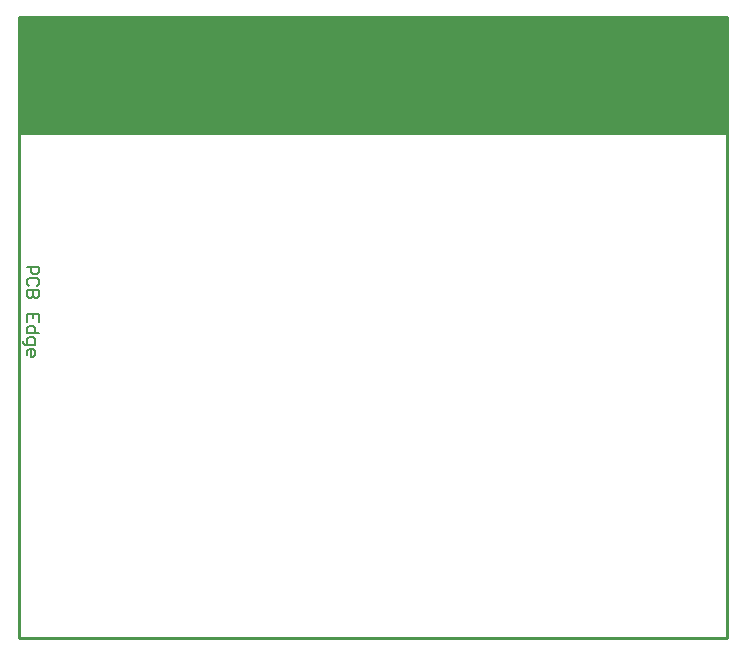
<source format=gko>
G04*
G04 #@! TF.GenerationSoftware,Altium Limited,Altium Designer,19.0.14 (431)*
G04*
G04 Layer_Color=16711935*
%FSLAX43Y43*%
%MOMM*%
G71*
G01*
G75*
%ADD11C,0.100*%
%ADD13C,0.200*%
%ADD16C,0.254*%
%ADD87R,59.944X10.033*%
D11*
X-53Y12229D02*
Y24229D01*
D13*
X635Y31437D02*
X1635D01*
Y30937D01*
X1468Y30771D01*
X1135D01*
X968Y30937D01*
Y31437D01*
X1468Y29771D02*
X1635Y29938D01*
Y30271D01*
X1468Y30437D01*
X802D01*
X635Y30271D01*
Y29938D01*
X802Y29771D01*
X1635Y29438D02*
X635D01*
Y28938D01*
X802Y28771D01*
X968D01*
X1135Y28938D01*
Y29438D01*
Y28938D01*
X1301Y28771D01*
X1468D01*
X1635Y28938D01*
Y29438D01*
Y26772D02*
Y27438D01*
X635D01*
Y26772D01*
X1135Y27438D02*
Y27105D01*
X1635Y25772D02*
X635D01*
Y26272D01*
X802Y26439D01*
X1135D01*
X1301Y26272D01*
Y25772D01*
X302Y25106D02*
Y24939D01*
X468Y24773D01*
X1301D01*
Y25272D01*
X1135Y25439D01*
X802D01*
X635Y25272D01*
Y24773D01*
Y23940D02*
Y24273D01*
X802Y24439D01*
X1135D01*
X1301Y24273D01*
Y23940D01*
X1135Y23773D01*
X968D01*
Y24439D01*
D16*
X0Y0D02*
Y52578D01*
Y0D02*
X59944D01*
Y52578D01*
X0D02*
X59944D01*
D87*
X29972Y47562D02*
D03*
M02*

</source>
